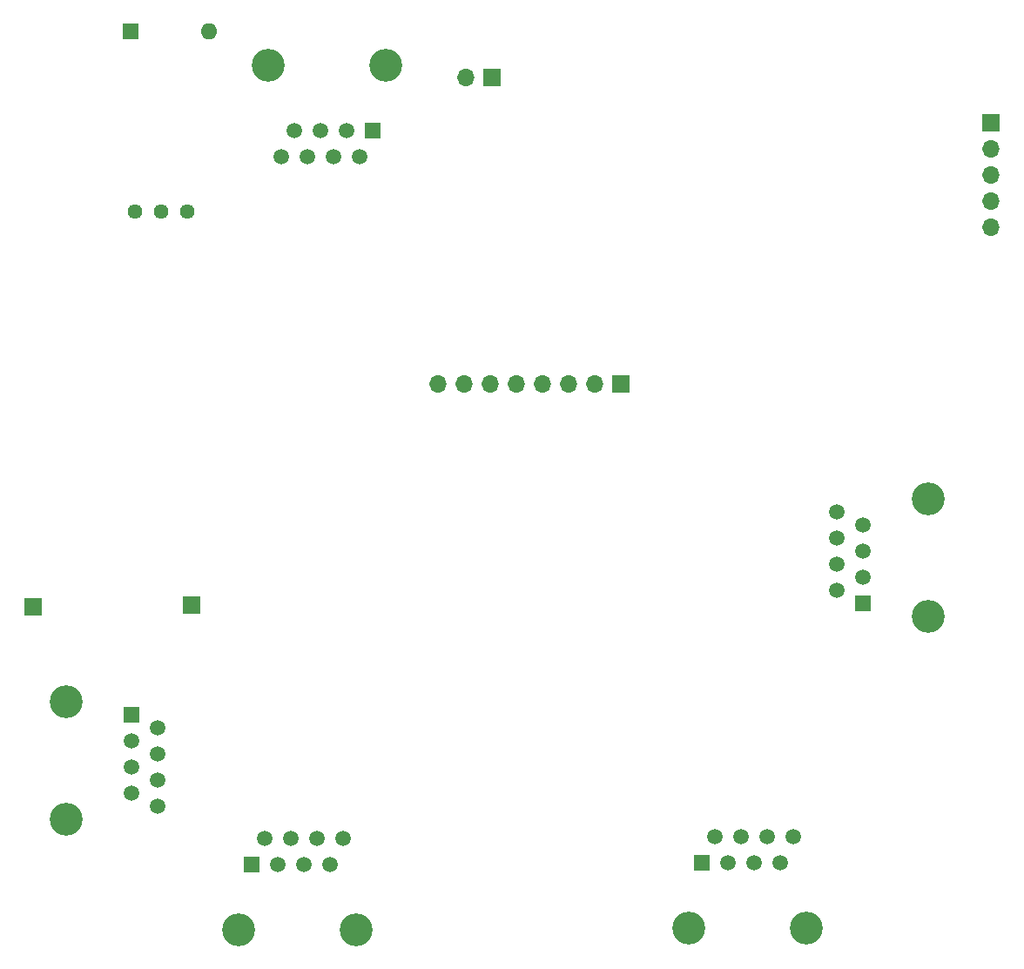
<source format=gbr>
%TF.GenerationSoftware,KiCad,Pcbnew,(6.0.1)*%
%TF.CreationDate,2022-05-21T12:13:39-05:00*%
%TF.ProjectId,esp32_2,65737033-325f-4322-9e6b-696361645f70,rev?*%
%TF.SameCoordinates,Original*%
%TF.FileFunction,Soldermask,Bot*%
%TF.FilePolarity,Negative*%
%FSLAX46Y46*%
G04 Gerber Fmt 4.6, Leading zero omitted, Abs format (unit mm)*
G04 Created by KiCad (PCBNEW (6.0.1)) date 2022-05-21 12:13:39*
%MOMM*%
%LPD*%
G01*
G04 APERTURE LIST*
%ADD10R,1.700000X1.700000*%
%ADD11O,1.700000X1.700000*%
%ADD12C,3.200000*%
%ADD13R,1.500000X1.500000*%
%ADD14C,1.500000*%
%ADD15R,1.600000X1.600000*%
%ADD16O,1.600000X1.600000*%
%ADD17C,1.440000*%
G04 APERTURE END LIST*
D10*
%TO.C,Espalda*%
X144561800Y-82854800D03*
D11*
X142021800Y-82854800D03*
X139481800Y-82854800D03*
X136941800Y-82854800D03*
X134401800Y-82854800D03*
X131861800Y-82854800D03*
X129321800Y-82854800D03*
X126781800Y-82854800D03*
%TD*%
D10*
%TO.C,N_batt1*%
X102768400Y-104343200D03*
%TD*%
D12*
%TO.C,M_izq1*%
X90571000Y-113700500D03*
X90571000Y-125130500D03*
D13*
X96921000Y-114970500D03*
D14*
X99461000Y-116240500D03*
X96921000Y-117510500D03*
X99461000Y-118780500D03*
X96921000Y-120050500D03*
X99461000Y-121320500D03*
X96921000Y-122590500D03*
X99461000Y-123860500D03*
%TD*%
D12*
%TO.C,Cabeza1*%
X110200500Y-51836000D03*
X121630500Y-51836000D03*
D13*
X120360500Y-58186000D03*
D14*
X119090500Y-60726000D03*
X117820500Y-58186000D03*
X116550500Y-60726000D03*
X115280500Y-58186000D03*
X114010500Y-60726000D03*
X112740500Y-58186000D03*
X111470500Y-60726000D03*
%TD*%
D12*
%TO.C,M_der1*%
X174371000Y-105410000D03*
X174371000Y-93980000D03*
D13*
X168021000Y-104140000D03*
D14*
X165481000Y-102870000D03*
X168021000Y-101600000D03*
X165481000Y-100330000D03*
X168021000Y-99060000D03*
X165481000Y-97790000D03*
X168021000Y-96520000D03*
X165481000Y-95250000D03*
%TD*%
D12*
%TO.C,P_izq1*%
X118780500Y-135870000D03*
X107350500Y-135870000D03*
D13*
X108620500Y-129520000D03*
D14*
X109890500Y-126980000D03*
X111160500Y-129520000D03*
X112430500Y-126980000D03*
X113700500Y-129520000D03*
X114970500Y-126980000D03*
X116240500Y-129520000D03*
X117510500Y-126980000D03*
%TD*%
D10*
%TO.C,Control_voltaje1*%
X132029200Y-52984400D03*
D11*
X129489200Y-52984400D03*
%TD*%
D15*
%TO.C,off/on*%
X96816500Y-48514000D03*
D16*
X104436500Y-48514000D03*
%TD*%
D12*
%TO.C,P_der1*%
X151165500Y-135743000D03*
X162595500Y-135743000D03*
D13*
X152435500Y-129393000D03*
D14*
X153705500Y-126853000D03*
X154975500Y-129393000D03*
X156245500Y-126853000D03*
X157515500Y-129393000D03*
X158785500Y-126853000D03*
X160055500Y-129393000D03*
X161325500Y-126853000D03*
%TD*%
D10*
%TO.C,P_Batt1*%
X87376000Y-104495600D03*
%TD*%
D17*
%TO.C,RV1*%
X97272000Y-66040000D03*
X99812000Y-66040000D03*
X102352000Y-66040000D03*
%TD*%
D10*
%TO.C,Programador1*%
X180543200Y-57409000D03*
D11*
X180543200Y-59949000D03*
X180543200Y-62489000D03*
X180543200Y-65029000D03*
X180543200Y-67569000D03*
%TD*%
M02*

</source>
